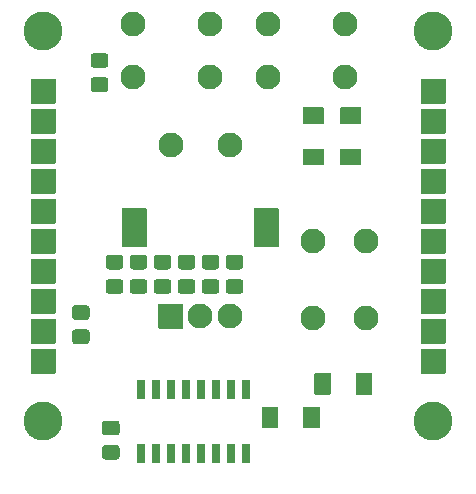
<source format=gbr>
G04 #@! TF.GenerationSoftware,KiCad,Pcbnew,(5.1.8)-1*
G04 #@! TF.CreationDate,2020-11-12T00:03:28+03:00*
G04 #@! TF.ProjectId,valc,76616c63-2e6b-4696-9361-645f70636258,rev?*
G04 #@! TF.SameCoordinates,Original*
G04 #@! TF.FileFunction,Soldermask,Bot*
G04 #@! TF.FilePolarity,Negative*
%FSLAX46Y46*%
G04 Gerber Fmt 4.6, Leading zero omitted, Abs format (unit mm)*
G04 Created by KiCad (PCBNEW (5.1.8)-1) date 2020-11-12 00:03:28*
%MOMM*%
%LPD*%
G01*
G04 APERTURE LIST*
%ADD10C,2.102000*%
%ADD11C,3.302000*%
G04 APERTURE END LIST*
G36*
G01*
X91601328Y-47053500D02*
X90643672Y-47053500D01*
G75*
G02*
X90371500Y-46781328I0J272172D01*
G01*
X90371500Y-46073672D01*
G75*
G02*
X90643672Y-45801500I272172J0D01*
G01*
X91601328Y-45801500D01*
G75*
G02*
X91873500Y-46073672I0J-272172D01*
G01*
X91873500Y-46781328D01*
G75*
G02*
X91601328Y-47053500I-272172J0D01*
G01*
G37*
G36*
G01*
X91601328Y-45003500D02*
X90643672Y-45003500D01*
G75*
G02*
X90371500Y-44731328I0J272172D01*
G01*
X90371500Y-44023672D01*
G75*
G02*
X90643672Y-43751500I272172J0D01*
G01*
X91601328Y-43751500D01*
G75*
G02*
X91873500Y-44023672I0J-272172D01*
G01*
X91873500Y-44731328D01*
G75*
G02*
X91601328Y-45003500I-272172J0D01*
G01*
G37*
G36*
G01*
X98155000Y-67091000D02*
X96155000Y-67091000D01*
G75*
G02*
X96104000Y-67040000I0J51000D01*
G01*
X96104000Y-65040000D01*
G75*
G02*
X96155000Y-64989000I51000J0D01*
G01*
X98155000Y-64989000D01*
G75*
G02*
X98206000Y-65040000I0J-51000D01*
G01*
X98206000Y-67040000D01*
G75*
G02*
X98155000Y-67091000I-51000J0D01*
G01*
G37*
D10*
X99655000Y-66040000D03*
X102155000Y-66040000D03*
G36*
G01*
X95055000Y-60191000D02*
X93055000Y-60191000D01*
G75*
G02*
X93004000Y-60140000I0J51000D01*
G01*
X93004000Y-56940000D01*
G75*
G02*
X93055000Y-56889000I51000J0D01*
G01*
X95055000Y-56889000D01*
G75*
G02*
X95106000Y-56940000I0J-51000D01*
G01*
X95106000Y-60140000D01*
G75*
G02*
X95055000Y-60191000I-51000J0D01*
G01*
G37*
G36*
G01*
X106255000Y-60191000D02*
X104255000Y-60191000D01*
G75*
G02*
X104204000Y-60140000I0J51000D01*
G01*
X104204000Y-56940000D01*
G75*
G02*
X104255000Y-56889000I51000J0D01*
G01*
X106255000Y-56889000D01*
G75*
G02*
X106306000Y-56940000I0J-51000D01*
G01*
X106306000Y-60140000D01*
G75*
G02*
X106255000Y-60191000I-51000J0D01*
G01*
G37*
X97155000Y-51540000D03*
X102155000Y-51540000D03*
X111910000Y-41275000D03*
X111910000Y-45775000D03*
X105410000Y-41275000D03*
X105410000Y-45775000D03*
X113665000Y-66190000D03*
X109165000Y-66190000D03*
X113665000Y-59690000D03*
X109165000Y-59690000D03*
X100480000Y-41275000D03*
X100480000Y-45775000D03*
X93980000Y-41275000D03*
X93980000Y-45775000D03*
D11*
X86360000Y-41910000D03*
X86360000Y-74930000D03*
X119380000Y-41910000D03*
X119380000Y-74930000D03*
G36*
G01*
X118329000Y-70850000D02*
X118329000Y-68850000D01*
G75*
G02*
X118380000Y-68799000I51000J0D01*
G01*
X120380000Y-68799000D01*
G75*
G02*
X120431000Y-68850000I0J-51000D01*
G01*
X120431000Y-70850000D01*
G75*
G02*
X120380000Y-70901000I-51000J0D01*
G01*
X118380000Y-70901000D01*
G75*
G02*
X118329000Y-70850000I0J51000D01*
G01*
G37*
G36*
G01*
X118329000Y-68310000D02*
X118329000Y-66310000D01*
G75*
G02*
X118380000Y-66259000I51000J0D01*
G01*
X120380000Y-66259000D01*
G75*
G02*
X120431000Y-66310000I0J-51000D01*
G01*
X120431000Y-68310000D01*
G75*
G02*
X120380000Y-68361000I-51000J0D01*
G01*
X118380000Y-68361000D01*
G75*
G02*
X118329000Y-68310000I0J51000D01*
G01*
G37*
G36*
G01*
X118329000Y-65770000D02*
X118329000Y-63770000D01*
G75*
G02*
X118380000Y-63719000I51000J0D01*
G01*
X120380000Y-63719000D01*
G75*
G02*
X120431000Y-63770000I0J-51000D01*
G01*
X120431000Y-65770000D01*
G75*
G02*
X120380000Y-65821000I-51000J0D01*
G01*
X118380000Y-65821000D01*
G75*
G02*
X118329000Y-65770000I0J51000D01*
G01*
G37*
G36*
G01*
X118329000Y-63230000D02*
X118329000Y-61230000D01*
G75*
G02*
X118380000Y-61179000I51000J0D01*
G01*
X120380000Y-61179000D01*
G75*
G02*
X120431000Y-61230000I0J-51000D01*
G01*
X120431000Y-63230000D01*
G75*
G02*
X120380000Y-63281000I-51000J0D01*
G01*
X118380000Y-63281000D01*
G75*
G02*
X118329000Y-63230000I0J51000D01*
G01*
G37*
G36*
G01*
X118329000Y-60690000D02*
X118329000Y-58690000D01*
G75*
G02*
X118380000Y-58639000I51000J0D01*
G01*
X120380000Y-58639000D01*
G75*
G02*
X120431000Y-58690000I0J-51000D01*
G01*
X120431000Y-60690000D01*
G75*
G02*
X120380000Y-60741000I-51000J0D01*
G01*
X118380000Y-60741000D01*
G75*
G02*
X118329000Y-60690000I0J51000D01*
G01*
G37*
G36*
G01*
X118329000Y-58150000D02*
X118329000Y-56150000D01*
G75*
G02*
X118380000Y-56099000I51000J0D01*
G01*
X120380000Y-56099000D01*
G75*
G02*
X120431000Y-56150000I0J-51000D01*
G01*
X120431000Y-58150000D01*
G75*
G02*
X120380000Y-58201000I-51000J0D01*
G01*
X118380000Y-58201000D01*
G75*
G02*
X118329000Y-58150000I0J51000D01*
G01*
G37*
G36*
G01*
X118329000Y-55610000D02*
X118329000Y-53610000D01*
G75*
G02*
X118380000Y-53559000I51000J0D01*
G01*
X120380000Y-53559000D01*
G75*
G02*
X120431000Y-53610000I0J-51000D01*
G01*
X120431000Y-55610000D01*
G75*
G02*
X120380000Y-55661000I-51000J0D01*
G01*
X118380000Y-55661000D01*
G75*
G02*
X118329000Y-55610000I0J51000D01*
G01*
G37*
G36*
G01*
X118329000Y-53070000D02*
X118329000Y-51070000D01*
G75*
G02*
X118380000Y-51019000I51000J0D01*
G01*
X120380000Y-51019000D01*
G75*
G02*
X120431000Y-51070000I0J-51000D01*
G01*
X120431000Y-53070000D01*
G75*
G02*
X120380000Y-53121000I-51000J0D01*
G01*
X118380000Y-53121000D01*
G75*
G02*
X118329000Y-53070000I0J51000D01*
G01*
G37*
G36*
G01*
X118329000Y-50530000D02*
X118329000Y-48530000D01*
G75*
G02*
X118380000Y-48479000I51000J0D01*
G01*
X120380000Y-48479000D01*
G75*
G02*
X120431000Y-48530000I0J-51000D01*
G01*
X120431000Y-50530000D01*
G75*
G02*
X120380000Y-50581000I-51000J0D01*
G01*
X118380000Y-50581000D01*
G75*
G02*
X118329000Y-50530000I0J51000D01*
G01*
G37*
G36*
G01*
X118329000Y-47990000D02*
X118329000Y-45990000D01*
G75*
G02*
X118380000Y-45939000I51000J0D01*
G01*
X120380000Y-45939000D01*
G75*
G02*
X120431000Y-45990000I0J-51000D01*
G01*
X120431000Y-47990000D01*
G75*
G02*
X120380000Y-48041000I-51000J0D01*
G01*
X118380000Y-48041000D01*
G75*
G02*
X118329000Y-47990000I0J51000D01*
G01*
G37*
G36*
G01*
X85309000Y-50530000D02*
X85309000Y-48530000D01*
G75*
G02*
X85360000Y-48479000I51000J0D01*
G01*
X87360000Y-48479000D01*
G75*
G02*
X87411000Y-48530000I0J-51000D01*
G01*
X87411000Y-50530000D01*
G75*
G02*
X87360000Y-50581000I-51000J0D01*
G01*
X85360000Y-50581000D01*
G75*
G02*
X85309000Y-50530000I0J51000D01*
G01*
G37*
G36*
G01*
X85309000Y-53070000D02*
X85309000Y-51070000D01*
G75*
G02*
X85360000Y-51019000I51000J0D01*
G01*
X87360000Y-51019000D01*
G75*
G02*
X87411000Y-51070000I0J-51000D01*
G01*
X87411000Y-53070000D01*
G75*
G02*
X87360000Y-53121000I-51000J0D01*
G01*
X85360000Y-53121000D01*
G75*
G02*
X85309000Y-53070000I0J51000D01*
G01*
G37*
G36*
G01*
X85309000Y-55610000D02*
X85309000Y-53610000D01*
G75*
G02*
X85360000Y-53559000I51000J0D01*
G01*
X87360000Y-53559000D01*
G75*
G02*
X87411000Y-53610000I0J-51000D01*
G01*
X87411000Y-55610000D01*
G75*
G02*
X87360000Y-55661000I-51000J0D01*
G01*
X85360000Y-55661000D01*
G75*
G02*
X85309000Y-55610000I0J51000D01*
G01*
G37*
G36*
G01*
X85309000Y-58150000D02*
X85309000Y-56150000D01*
G75*
G02*
X85360000Y-56099000I51000J0D01*
G01*
X87360000Y-56099000D01*
G75*
G02*
X87411000Y-56150000I0J-51000D01*
G01*
X87411000Y-58150000D01*
G75*
G02*
X87360000Y-58201000I-51000J0D01*
G01*
X85360000Y-58201000D01*
G75*
G02*
X85309000Y-58150000I0J51000D01*
G01*
G37*
G36*
G01*
X85309000Y-60690000D02*
X85309000Y-58690000D01*
G75*
G02*
X85360000Y-58639000I51000J0D01*
G01*
X87360000Y-58639000D01*
G75*
G02*
X87411000Y-58690000I0J-51000D01*
G01*
X87411000Y-60690000D01*
G75*
G02*
X87360000Y-60741000I-51000J0D01*
G01*
X85360000Y-60741000D01*
G75*
G02*
X85309000Y-60690000I0J51000D01*
G01*
G37*
G36*
G01*
X85309000Y-63230000D02*
X85309000Y-61230000D01*
G75*
G02*
X85360000Y-61179000I51000J0D01*
G01*
X87360000Y-61179000D01*
G75*
G02*
X87411000Y-61230000I0J-51000D01*
G01*
X87411000Y-63230000D01*
G75*
G02*
X87360000Y-63281000I-51000J0D01*
G01*
X85360000Y-63281000D01*
G75*
G02*
X85309000Y-63230000I0J51000D01*
G01*
G37*
G36*
G01*
X85309000Y-65770000D02*
X85309000Y-63770000D01*
G75*
G02*
X85360000Y-63719000I51000J0D01*
G01*
X87360000Y-63719000D01*
G75*
G02*
X87411000Y-63770000I0J-51000D01*
G01*
X87411000Y-65770000D01*
G75*
G02*
X87360000Y-65821000I-51000J0D01*
G01*
X85360000Y-65821000D01*
G75*
G02*
X85309000Y-65770000I0J51000D01*
G01*
G37*
G36*
G01*
X85309000Y-68310000D02*
X85309000Y-66310000D01*
G75*
G02*
X85360000Y-66259000I51000J0D01*
G01*
X87360000Y-66259000D01*
G75*
G02*
X87411000Y-66310000I0J-51000D01*
G01*
X87411000Y-68310000D01*
G75*
G02*
X87360000Y-68361000I-51000J0D01*
G01*
X85360000Y-68361000D01*
G75*
G02*
X85309000Y-68310000I0J51000D01*
G01*
G37*
G36*
G01*
X85309000Y-47990000D02*
X85309000Y-45990000D01*
G75*
G02*
X85360000Y-45939000I51000J0D01*
G01*
X87360000Y-45939000D01*
G75*
G02*
X87411000Y-45990000I0J-51000D01*
G01*
X87411000Y-47990000D01*
G75*
G02*
X87360000Y-48041000I-51000J0D01*
G01*
X85360000Y-48041000D01*
G75*
G02*
X85309000Y-47990000I0J51000D01*
G01*
G37*
G36*
G01*
X85309000Y-70850000D02*
X85309000Y-68850000D01*
G75*
G02*
X85360000Y-68799000I51000J0D01*
G01*
X87360000Y-68799000D01*
G75*
G02*
X87411000Y-68850000I0J-51000D01*
G01*
X87411000Y-70850000D01*
G75*
G02*
X87360000Y-70901000I-51000J0D01*
G01*
X85360000Y-70901000D01*
G75*
G02*
X85309000Y-70850000I0J51000D01*
G01*
G37*
G36*
G01*
X98009672Y-62874000D02*
X98967328Y-62874000D01*
G75*
G02*
X99239500Y-63146172I0J-272172D01*
G01*
X99239500Y-63853828D01*
G75*
G02*
X98967328Y-64126000I-272172J0D01*
G01*
X98009672Y-64126000D01*
G75*
G02*
X97737500Y-63853828I0J272172D01*
G01*
X97737500Y-63146172D01*
G75*
G02*
X98009672Y-62874000I272172J0D01*
G01*
G37*
G36*
G01*
X98009672Y-60824000D02*
X98967328Y-60824000D01*
G75*
G02*
X99239500Y-61096172I0J-272172D01*
G01*
X99239500Y-61803828D01*
G75*
G02*
X98967328Y-62076000I-272172J0D01*
G01*
X98009672Y-62076000D01*
G75*
G02*
X97737500Y-61803828I0J272172D01*
G01*
X97737500Y-61096172D01*
G75*
G02*
X98009672Y-60824000I272172J0D01*
G01*
G37*
G36*
G01*
X95977672Y-60824000D02*
X96935328Y-60824000D01*
G75*
G02*
X97207500Y-61096172I0J-272172D01*
G01*
X97207500Y-61803828D01*
G75*
G02*
X96935328Y-62076000I-272172J0D01*
G01*
X95977672Y-62076000D01*
G75*
G02*
X95705500Y-61803828I0J272172D01*
G01*
X95705500Y-61096172D01*
G75*
G02*
X95977672Y-60824000I272172J0D01*
G01*
G37*
G36*
G01*
X95977672Y-62874000D02*
X96935328Y-62874000D01*
G75*
G02*
X97207500Y-63146172I0J-272172D01*
G01*
X97207500Y-63853828D01*
G75*
G02*
X96935328Y-64126000I-272172J0D01*
G01*
X95977672Y-64126000D01*
G75*
G02*
X95705500Y-63853828I0J272172D01*
G01*
X95705500Y-63146172D01*
G75*
G02*
X95977672Y-62874000I272172J0D01*
G01*
G37*
G36*
G01*
X89056172Y-65096500D02*
X90013828Y-65096500D01*
G75*
G02*
X90286000Y-65368672I0J-272172D01*
G01*
X90286000Y-66076328D01*
G75*
G02*
X90013828Y-66348500I-272172J0D01*
G01*
X89056172Y-66348500D01*
G75*
G02*
X88784000Y-66076328I0J272172D01*
G01*
X88784000Y-65368672D01*
G75*
G02*
X89056172Y-65096500I272172J0D01*
G01*
G37*
G36*
G01*
X89056172Y-67146500D02*
X90013828Y-67146500D01*
G75*
G02*
X90286000Y-67418672I0J-272172D01*
G01*
X90286000Y-68126328D01*
G75*
G02*
X90013828Y-68398500I-272172J0D01*
G01*
X89056172Y-68398500D01*
G75*
G02*
X88784000Y-68126328I0J272172D01*
G01*
X88784000Y-67418672D01*
G75*
G02*
X89056172Y-67146500I272172J0D01*
G01*
G37*
G36*
G01*
X104864000Y-75462500D02*
X104864000Y-73762500D01*
G75*
G02*
X104915000Y-73711500I51000J0D01*
G01*
X106215000Y-73711500D01*
G75*
G02*
X106266000Y-73762500I0J-51000D01*
G01*
X106266000Y-75462500D01*
G75*
G02*
X106215000Y-75513500I-51000J0D01*
G01*
X104915000Y-75513500D01*
G75*
G02*
X104864000Y-75462500I0J51000D01*
G01*
G37*
G36*
G01*
X108364000Y-75462500D02*
X108364000Y-73762500D01*
G75*
G02*
X108415000Y-73711500I51000J0D01*
G01*
X109715000Y-73711500D01*
G75*
G02*
X109766000Y-73762500I0J-51000D01*
G01*
X109766000Y-75462500D01*
G75*
G02*
X109715000Y-75513500I-51000J0D01*
G01*
X108415000Y-75513500D01*
G75*
G02*
X108364000Y-75462500I0J51000D01*
G01*
G37*
G36*
G01*
X110070000Y-49751000D02*
X108370000Y-49751000D01*
G75*
G02*
X108319000Y-49700000I0J51000D01*
G01*
X108319000Y-48400000D01*
G75*
G02*
X108370000Y-48349000I51000J0D01*
G01*
X110070000Y-48349000D01*
G75*
G02*
X110121000Y-48400000I0J-51000D01*
G01*
X110121000Y-49700000D01*
G75*
G02*
X110070000Y-49751000I-51000J0D01*
G01*
G37*
G36*
G01*
X110070000Y-53251000D02*
X108370000Y-53251000D01*
G75*
G02*
X108319000Y-53200000I0J51000D01*
G01*
X108319000Y-51900000D01*
G75*
G02*
X108370000Y-51849000I51000J0D01*
G01*
X110070000Y-51849000D01*
G75*
G02*
X110121000Y-51900000I0J-51000D01*
G01*
X110121000Y-53200000D01*
G75*
G02*
X110070000Y-53251000I-51000J0D01*
G01*
G37*
G36*
G01*
X113245000Y-53251000D02*
X111545000Y-53251000D01*
G75*
G02*
X111494000Y-53200000I0J51000D01*
G01*
X111494000Y-51900000D01*
G75*
G02*
X111545000Y-51849000I51000J0D01*
G01*
X113245000Y-51849000D01*
G75*
G02*
X113296000Y-51900000I0J-51000D01*
G01*
X113296000Y-53200000D01*
G75*
G02*
X113245000Y-53251000I-51000J0D01*
G01*
G37*
G36*
G01*
X113245000Y-49751000D02*
X111545000Y-49751000D01*
G75*
G02*
X111494000Y-49700000I0J51000D01*
G01*
X111494000Y-48400000D01*
G75*
G02*
X111545000Y-48349000I51000J0D01*
G01*
X113245000Y-48349000D01*
G75*
G02*
X113296000Y-48400000I0J-51000D01*
G01*
X113296000Y-49700000D01*
G75*
G02*
X113245000Y-49751000I-51000J0D01*
G01*
G37*
G36*
G01*
X112809000Y-72605000D02*
X112809000Y-70905000D01*
G75*
G02*
X112860000Y-70854000I51000J0D01*
G01*
X114160000Y-70854000D01*
G75*
G02*
X114211000Y-70905000I0J-51000D01*
G01*
X114211000Y-72605000D01*
G75*
G02*
X114160000Y-72656000I-51000J0D01*
G01*
X112860000Y-72656000D01*
G75*
G02*
X112809000Y-72605000I0J51000D01*
G01*
G37*
G36*
G01*
X109309000Y-72605000D02*
X109309000Y-70905000D01*
G75*
G02*
X109360000Y-70854000I51000J0D01*
G01*
X110660000Y-70854000D01*
G75*
G02*
X110711000Y-70905000I0J-51000D01*
G01*
X110711000Y-72605000D01*
G75*
G02*
X110660000Y-72656000I-51000J0D01*
G01*
X109360000Y-72656000D01*
G75*
G02*
X109309000Y-72605000I0J51000D01*
G01*
G37*
G36*
G01*
X102073672Y-60824000D02*
X103031328Y-60824000D01*
G75*
G02*
X103303500Y-61096172I0J-272172D01*
G01*
X103303500Y-61803828D01*
G75*
G02*
X103031328Y-62076000I-272172J0D01*
G01*
X102073672Y-62076000D01*
G75*
G02*
X101801500Y-61803828I0J272172D01*
G01*
X101801500Y-61096172D01*
G75*
G02*
X102073672Y-60824000I272172J0D01*
G01*
G37*
G36*
G01*
X102073672Y-62874000D02*
X103031328Y-62874000D01*
G75*
G02*
X103303500Y-63146172I0J-272172D01*
G01*
X103303500Y-63853828D01*
G75*
G02*
X103031328Y-64126000I-272172J0D01*
G01*
X102073672Y-64126000D01*
G75*
G02*
X101801500Y-63853828I0J272172D01*
G01*
X101801500Y-63146172D01*
G75*
G02*
X102073672Y-62874000I272172J0D01*
G01*
G37*
G36*
G01*
X100999328Y-62076000D02*
X100041672Y-62076000D01*
G75*
G02*
X99769500Y-61803828I0J272172D01*
G01*
X99769500Y-61096172D01*
G75*
G02*
X100041672Y-60824000I272172J0D01*
G01*
X100999328Y-60824000D01*
G75*
G02*
X101271500Y-61096172I0J-272172D01*
G01*
X101271500Y-61803828D01*
G75*
G02*
X100999328Y-62076000I-272172J0D01*
G01*
G37*
G36*
G01*
X100999328Y-64126000D02*
X100041672Y-64126000D01*
G75*
G02*
X99769500Y-63853828I0J272172D01*
G01*
X99769500Y-63146172D01*
G75*
G02*
X100041672Y-62874000I272172J0D01*
G01*
X100999328Y-62874000D01*
G75*
G02*
X101271500Y-63146172I0J-272172D01*
G01*
X101271500Y-63853828D01*
G75*
G02*
X100999328Y-64126000I-272172J0D01*
G01*
G37*
G36*
G01*
X91913672Y-60824000D02*
X92871328Y-60824000D01*
G75*
G02*
X93143500Y-61096172I0J-272172D01*
G01*
X93143500Y-61803828D01*
G75*
G02*
X92871328Y-62076000I-272172J0D01*
G01*
X91913672Y-62076000D01*
G75*
G02*
X91641500Y-61803828I0J272172D01*
G01*
X91641500Y-61096172D01*
G75*
G02*
X91913672Y-60824000I272172J0D01*
G01*
G37*
G36*
G01*
X91913672Y-62874000D02*
X92871328Y-62874000D01*
G75*
G02*
X93143500Y-63146172I0J-272172D01*
G01*
X93143500Y-63853828D01*
G75*
G02*
X92871328Y-64126000I-272172J0D01*
G01*
X91913672Y-64126000D01*
G75*
G02*
X91641500Y-63853828I0J272172D01*
G01*
X91641500Y-63146172D01*
G75*
G02*
X91913672Y-62874000I272172J0D01*
G01*
G37*
G36*
G01*
X94903328Y-62076000D02*
X93945672Y-62076000D01*
G75*
G02*
X93673500Y-61803828I0J272172D01*
G01*
X93673500Y-61096172D01*
G75*
G02*
X93945672Y-60824000I272172J0D01*
G01*
X94903328Y-60824000D01*
G75*
G02*
X95175500Y-61096172I0J-272172D01*
G01*
X95175500Y-61803828D01*
G75*
G02*
X94903328Y-62076000I-272172J0D01*
G01*
G37*
G36*
G01*
X94903328Y-64126000D02*
X93945672Y-64126000D01*
G75*
G02*
X93673500Y-63853828I0J272172D01*
G01*
X93673500Y-63146172D01*
G75*
G02*
X93945672Y-62874000I272172J0D01*
G01*
X94903328Y-62874000D01*
G75*
G02*
X95175500Y-63146172I0J-272172D01*
G01*
X95175500Y-63853828D01*
G75*
G02*
X94903328Y-64126000I-272172J0D01*
G01*
G37*
G36*
G01*
X94315000Y-71429000D02*
X94915000Y-71429000D01*
G75*
G02*
X94966000Y-71480000I0J-51000D01*
G01*
X94966000Y-72980000D01*
G75*
G02*
X94915000Y-73031000I-51000J0D01*
G01*
X94315000Y-73031000D01*
G75*
G02*
X94264000Y-72980000I0J51000D01*
G01*
X94264000Y-71480000D01*
G75*
G02*
X94315000Y-71429000I51000J0D01*
G01*
G37*
G36*
G01*
X95585000Y-71429000D02*
X96185000Y-71429000D01*
G75*
G02*
X96236000Y-71480000I0J-51000D01*
G01*
X96236000Y-72980000D01*
G75*
G02*
X96185000Y-73031000I-51000J0D01*
G01*
X95585000Y-73031000D01*
G75*
G02*
X95534000Y-72980000I0J51000D01*
G01*
X95534000Y-71480000D01*
G75*
G02*
X95585000Y-71429000I51000J0D01*
G01*
G37*
G36*
G01*
X96855000Y-71429000D02*
X97455000Y-71429000D01*
G75*
G02*
X97506000Y-71480000I0J-51000D01*
G01*
X97506000Y-72980000D01*
G75*
G02*
X97455000Y-73031000I-51000J0D01*
G01*
X96855000Y-73031000D01*
G75*
G02*
X96804000Y-72980000I0J51000D01*
G01*
X96804000Y-71480000D01*
G75*
G02*
X96855000Y-71429000I51000J0D01*
G01*
G37*
G36*
G01*
X98125000Y-71429000D02*
X98725000Y-71429000D01*
G75*
G02*
X98776000Y-71480000I0J-51000D01*
G01*
X98776000Y-72980000D01*
G75*
G02*
X98725000Y-73031000I-51000J0D01*
G01*
X98125000Y-73031000D01*
G75*
G02*
X98074000Y-72980000I0J51000D01*
G01*
X98074000Y-71480000D01*
G75*
G02*
X98125000Y-71429000I51000J0D01*
G01*
G37*
G36*
G01*
X99395000Y-71429000D02*
X99995000Y-71429000D01*
G75*
G02*
X100046000Y-71480000I0J-51000D01*
G01*
X100046000Y-72980000D01*
G75*
G02*
X99995000Y-73031000I-51000J0D01*
G01*
X99395000Y-73031000D01*
G75*
G02*
X99344000Y-72980000I0J51000D01*
G01*
X99344000Y-71480000D01*
G75*
G02*
X99395000Y-71429000I51000J0D01*
G01*
G37*
G36*
G01*
X100665000Y-71429000D02*
X101265000Y-71429000D01*
G75*
G02*
X101316000Y-71480000I0J-51000D01*
G01*
X101316000Y-72980000D01*
G75*
G02*
X101265000Y-73031000I-51000J0D01*
G01*
X100665000Y-73031000D01*
G75*
G02*
X100614000Y-72980000I0J51000D01*
G01*
X100614000Y-71480000D01*
G75*
G02*
X100665000Y-71429000I51000J0D01*
G01*
G37*
G36*
G01*
X101935000Y-71429000D02*
X102535000Y-71429000D01*
G75*
G02*
X102586000Y-71480000I0J-51000D01*
G01*
X102586000Y-72980000D01*
G75*
G02*
X102535000Y-73031000I-51000J0D01*
G01*
X101935000Y-73031000D01*
G75*
G02*
X101884000Y-72980000I0J51000D01*
G01*
X101884000Y-71480000D01*
G75*
G02*
X101935000Y-71429000I51000J0D01*
G01*
G37*
G36*
G01*
X103205000Y-71429000D02*
X103805000Y-71429000D01*
G75*
G02*
X103856000Y-71480000I0J-51000D01*
G01*
X103856000Y-72980000D01*
G75*
G02*
X103805000Y-73031000I-51000J0D01*
G01*
X103205000Y-73031000D01*
G75*
G02*
X103154000Y-72980000I0J51000D01*
G01*
X103154000Y-71480000D01*
G75*
G02*
X103205000Y-71429000I51000J0D01*
G01*
G37*
G36*
G01*
X103205000Y-76829000D02*
X103805000Y-76829000D01*
G75*
G02*
X103856000Y-76880000I0J-51000D01*
G01*
X103856000Y-78380000D01*
G75*
G02*
X103805000Y-78431000I-51000J0D01*
G01*
X103205000Y-78431000D01*
G75*
G02*
X103154000Y-78380000I0J51000D01*
G01*
X103154000Y-76880000D01*
G75*
G02*
X103205000Y-76829000I51000J0D01*
G01*
G37*
G36*
G01*
X101935000Y-76829000D02*
X102535000Y-76829000D01*
G75*
G02*
X102586000Y-76880000I0J-51000D01*
G01*
X102586000Y-78380000D01*
G75*
G02*
X102535000Y-78431000I-51000J0D01*
G01*
X101935000Y-78431000D01*
G75*
G02*
X101884000Y-78380000I0J51000D01*
G01*
X101884000Y-76880000D01*
G75*
G02*
X101935000Y-76829000I51000J0D01*
G01*
G37*
G36*
G01*
X100665000Y-76829000D02*
X101265000Y-76829000D01*
G75*
G02*
X101316000Y-76880000I0J-51000D01*
G01*
X101316000Y-78380000D01*
G75*
G02*
X101265000Y-78431000I-51000J0D01*
G01*
X100665000Y-78431000D01*
G75*
G02*
X100614000Y-78380000I0J51000D01*
G01*
X100614000Y-76880000D01*
G75*
G02*
X100665000Y-76829000I51000J0D01*
G01*
G37*
G36*
G01*
X99395000Y-76829000D02*
X99995000Y-76829000D01*
G75*
G02*
X100046000Y-76880000I0J-51000D01*
G01*
X100046000Y-78380000D01*
G75*
G02*
X99995000Y-78431000I-51000J0D01*
G01*
X99395000Y-78431000D01*
G75*
G02*
X99344000Y-78380000I0J51000D01*
G01*
X99344000Y-76880000D01*
G75*
G02*
X99395000Y-76829000I51000J0D01*
G01*
G37*
G36*
G01*
X98125000Y-76829000D02*
X98725000Y-76829000D01*
G75*
G02*
X98776000Y-76880000I0J-51000D01*
G01*
X98776000Y-78380000D01*
G75*
G02*
X98725000Y-78431000I-51000J0D01*
G01*
X98125000Y-78431000D01*
G75*
G02*
X98074000Y-78380000I0J51000D01*
G01*
X98074000Y-76880000D01*
G75*
G02*
X98125000Y-76829000I51000J0D01*
G01*
G37*
G36*
G01*
X96855000Y-76829000D02*
X97455000Y-76829000D01*
G75*
G02*
X97506000Y-76880000I0J-51000D01*
G01*
X97506000Y-78380000D01*
G75*
G02*
X97455000Y-78431000I-51000J0D01*
G01*
X96855000Y-78431000D01*
G75*
G02*
X96804000Y-78380000I0J51000D01*
G01*
X96804000Y-76880000D01*
G75*
G02*
X96855000Y-76829000I51000J0D01*
G01*
G37*
G36*
G01*
X95585000Y-76829000D02*
X96185000Y-76829000D01*
G75*
G02*
X96236000Y-76880000I0J-51000D01*
G01*
X96236000Y-78380000D01*
G75*
G02*
X96185000Y-78431000I-51000J0D01*
G01*
X95585000Y-78431000D01*
G75*
G02*
X95534000Y-78380000I0J51000D01*
G01*
X95534000Y-76880000D01*
G75*
G02*
X95585000Y-76829000I51000J0D01*
G01*
G37*
G36*
G01*
X94315000Y-76829000D02*
X94915000Y-76829000D01*
G75*
G02*
X94966000Y-76880000I0J-51000D01*
G01*
X94966000Y-78380000D01*
G75*
G02*
X94915000Y-78431000I-51000J0D01*
G01*
X94315000Y-78431000D01*
G75*
G02*
X94264000Y-78380000I0J51000D01*
G01*
X94264000Y-76880000D01*
G75*
G02*
X94315000Y-76829000I51000J0D01*
G01*
G37*
G36*
G01*
X92553828Y-78168500D02*
X91596172Y-78168500D01*
G75*
G02*
X91324000Y-77896328I0J272172D01*
G01*
X91324000Y-77188672D01*
G75*
G02*
X91596172Y-76916500I272172J0D01*
G01*
X92553828Y-76916500D01*
G75*
G02*
X92826000Y-77188672I0J-272172D01*
G01*
X92826000Y-77896328D01*
G75*
G02*
X92553828Y-78168500I-272172J0D01*
G01*
G37*
G36*
G01*
X92553828Y-76118500D02*
X91596172Y-76118500D01*
G75*
G02*
X91324000Y-75846328I0J272172D01*
G01*
X91324000Y-75138672D01*
G75*
G02*
X91596172Y-74866500I272172J0D01*
G01*
X92553828Y-74866500D01*
G75*
G02*
X92826000Y-75138672I0J-272172D01*
G01*
X92826000Y-75846328D01*
G75*
G02*
X92553828Y-76118500I-272172J0D01*
G01*
G37*
M02*

</source>
